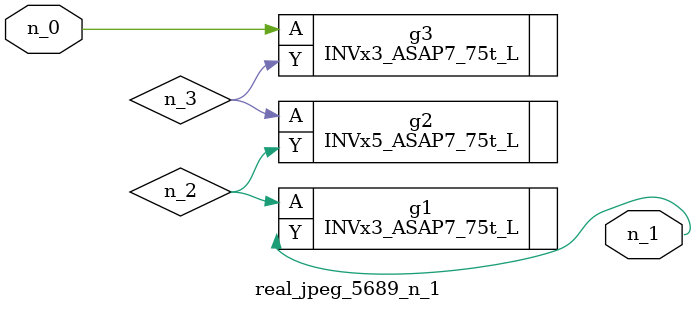
<source format=v>
module real_jpeg_5689_n_1 (n_0, n_1);

input n_0;

output n_1;

wire n_3;
wire n_2;

INVx3_ASAP7_75t_L g3 ( 
.A(n_0),
.Y(n_3)
);

INVx3_ASAP7_75t_L g1 ( 
.A(n_2),
.Y(n_1)
);

INVx5_ASAP7_75t_L g2 ( 
.A(n_3),
.Y(n_2)
);


endmodule
</source>
